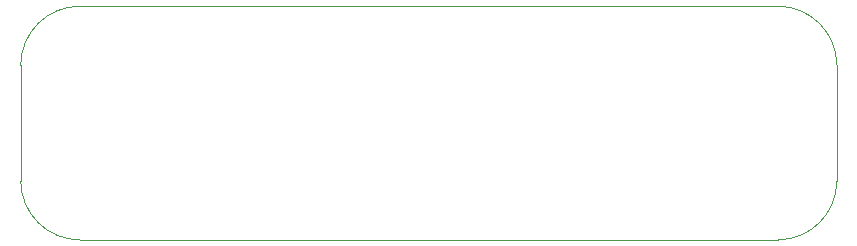
<source format=gbr>
%TF.GenerationSoftware,KiCad,Pcbnew,8.0.1*%
%TF.CreationDate,2024-08-17T00:23:43+01:00*%
%TF.ProjectId,ProjectALIENExpansionDemoButtons,50726f6a-6563-4744-914c-49454e457870,rev?*%
%TF.SameCoordinates,Original*%
%TF.FileFunction,Profile,NP*%
%FSLAX46Y46*%
G04 Gerber Fmt 4.6, Leading zero omitted, Abs format (unit mm)*
G04 Created by KiCad (PCBNEW 8.0.1) date 2024-08-17 00:23:43*
%MOMM*%
%LPD*%
G01*
G04 APERTURE LIST*
%TA.AperFunction,Profile*%
%ADD10C,0.050000*%
%TD*%
G04 APERTURE END LIST*
D10*
X108950000Y-139530000D02*
G75*
G02*
X103950000Y-134530000I0J5000000D01*
G01*
X173050000Y-134530000D02*
X173050000Y-124750000D01*
X173050000Y-134530000D02*
G75*
G02*
X168050000Y-139530000I-5000000J0D01*
G01*
X103950000Y-124750000D02*
G75*
G02*
X108950000Y-119750000I5000000J0D01*
G01*
X103950000Y-124750000D02*
X103950000Y-134530000D01*
X108950000Y-139530000D02*
X168050000Y-139530000D01*
X168050000Y-119750000D02*
X108950000Y-119750000D01*
X168050000Y-119750000D02*
G75*
G02*
X173050000Y-124750000I0J-5000000D01*
G01*
M02*

</source>
